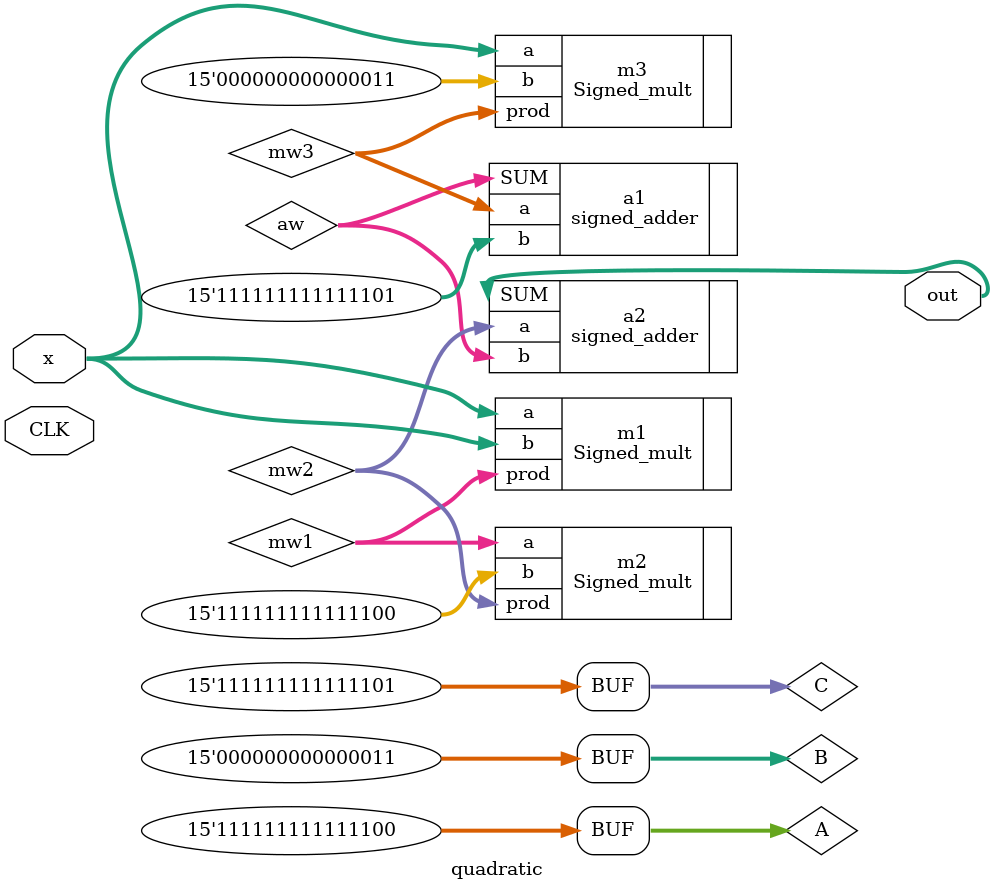
<source format=v>
`timescale 1ns / 1ps

//problem with last adder
module quadratic #(parameter  WL=15) (
    input signed [WL-1:0] x,
    input CLK,
    output  signed  [WL:0] out //may be too small
    
    );
    
    reg  signed  [WL:0] out_store;
    
     wire signed [WL-1:0] A =-4;
     wire signed [WL-1:0] B = 3;
     wire signed [WL-1:0] C = -3;
 
    
   wire signed [2*WL-1:0] mw1,mw2,mw3;
   wire signed [2*WL-1:0] mw2; 
   wire signed [2*WL-1:0] aw;
   

 
 Signed_mult m1 (.a(x), .b(x),.prod(mw1));
 
 Signed_mult m2(.a(mw1), .b(A),.prod(mw2));
 
  signed_adder a2 (.a(mw2),.b(aw), .SUM(out));
  
  
  
  Signed_mult m3(.a(x), .b(B),.prod(mw3));
 
 
  signed_adder a1 (.a(mw3),.b(C), .SUM(aw));
  
  
 

 
 //awl
 

 
    always @(posedge CLK) begin
     out_store <= out;
    end
      
endmodule


</source>
